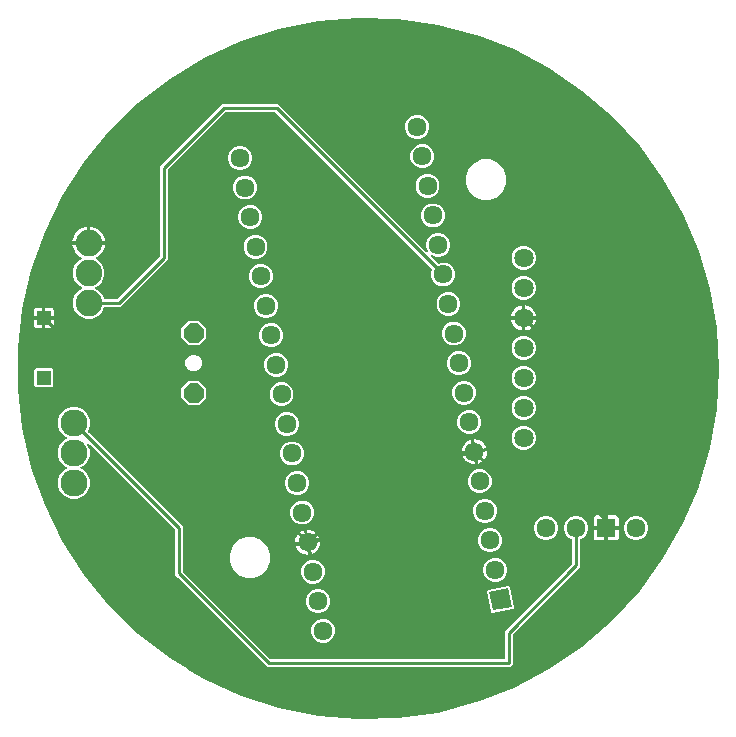
<source format=gbr>
G04 EAGLE Gerber RS-274X export*
G75*
%MOMM*%
%FSLAX34Y34*%
%LPD*%
%INBottom Copper*%
%IPPOS*%
%AMOC8*
5,1,8,0,0,1.08239X$1,22.5*%
G01*
%ADD10C,1.609600*%
%ADD11R,1.609600X1.609600*%
%ADD12C,2.250000*%
%ADD13C,1.629600*%
%ADD14R,1.209600X1.209600*%
%ADD15R,1.609600X1.609600*%
%ADD16C,2.280000*%
%ADD17P,1.814519X8X292.500000*%
%ADD18C,0.254000*%

G36*
X325390Y3882D02*
X325390Y3882D01*
X325419Y3888D01*
X325477Y3890D01*
X358979Y8707D01*
X359007Y8716D01*
X359065Y8724D01*
X391800Y17329D01*
X391827Y17341D01*
X391882Y17356D01*
X423424Y29636D01*
X423449Y29651D01*
X423503Y29672D01*
X453438Y45467D01*
X453462Y45485D01*
X453513Y45512D01*
X481453Y64617D01*
X481474Y64637D01*
X481521Y64670D01*
X507101Y86835D01*
X507120Y86858D01*
X507164Y86896D01*
X530050Y111833D01*
X530067Y111857D01*
X530106Y111900D01*
X550000Y139283D01*
X550014Y139309D01*
X550047Y139356D01*
X566691Y168828D01*
X566701Y168856D01*
X566730Y168906D01*
X579905Y200084D01*
X579912Y200112D01*
X579935Y200166D01*
X589470Y232642D01*
X589474Y232671D01*
X589490Y232727D01*
X595262Y266078D01*
X595262Y266107D01*
X595272Y266164D01*
X597204Y299957D01*
X597201Y299986D01*
X597204Y300043D01*
X595272Y333836D01*
X595265Y333864D01*
X595262Y333922D01*
X589490Y367273D01*
X589481Y367301D01*
X589470Y367358D01*
X579935Y399834D01*
X579922Y399861D01*
X579905Y399916D01*
X566730Y431094D01*
X566714Y431119D01*
X566691Y431172D01*
X550047Y460644D01*
X550029Y460667D01*
X550000Y460717D01*
X530106Y488100D01*
X530085Y488121D01*
X530050Y488167D01*
X507164Y513104D01*
X507141Y513122D01*
X507101Y513165D01*
X481521Y535330D01*
X481496Y535345D01*
X481453Y535383D01*
X453513Y554488D01*
X453486Y554500D01*
X453438Y554533D01*
X423503Y570328D01*
X423475Y570338D01*
X423423Y570364D01*
X391882Y582644D01*
X391854Y582650D01*
X391800Y582671D01*
X359064Y591276D01*
X359035Y591279D01*
X358979Y591293D01*
X325477Y596110D01*
X325447Y596110D01*
X325390Y596118D01*
X291556Y597084D01*
X291527Y597080D01*
X291470Y597082D01*
X257746Y594185D01*
X257718Y594178D01*
X257660Y594173D01*
X224487Y587451D01*
X224460Y587441D01*
X224403Y587429D01*
X192213Y576970D01*
X192186Y576956D01*
X192132Y576938D01*
X161343Y562877D01*
X161319Y562861D01*
X161266Y562837D01*
X132281Y545358D01*
X132259Y545339D01*
X132209Y545309D01*
X105406Y524640D01*
X105386Y524619D01*
X105340Y524583D01*
X81067Y500994D01*
X81050Y500970D01*
X81008Y500930D01*
X59582Y474727D01*
X59568Y474702D01*
X59531Y474657D01*
X41232Y446183D01*
X41220Y446156D01*
X41189Y446107D01*
X26255Y415733D01*
X26247Y415704D01*
X26221Y415653D01*
X14847Y383774D01*
X14844Y383756D01*
X14839Y383746D01*
X14838Y383733D01*
X14823Y383690D01*
X7156Y350723D01*
X7154Y350693D01*
X7141Y350637D01*
X3283Y317010D01*
X3285Y316981D01*
X3278Y316924D01*
X3278Y283076D01*
X3283Y283047D01*
X3283Y283029D01*
X3282Y283016D01*
X3283Y283009D01*
X3283Y282990D01*
X7141Y249363D01*
X7149Y249335D01*
X7156Y249277D01*
X14823Y216310D01*
X14834Y216282D01*
X14847Y216226D01*
X26221Y184347D01*
X26236Y184322D01*
X26255Y184267D01*
X41189Y153893D01*
X41206Y153869D01*
X41232Y153817D01*
X59531Y125343D01*
X59551Y125321D01*
X59582Y125273D01*
X81008Y99070D01*
X81030Y99051D01*
X81067Y99006D01*
X105340Y75417D01*
X105364Y75400D01*
X105406Y75360D01*
X132209Y54691D01*
X132235Y54677D01*
X132281Y54642D01*
X147182Y45656D01*
X149707Y44134D01*
X161266Y37163D01*
X161293Y37152D01*
X161343Y37123D01*
X192132Y23062D01*
X192160Y23054D01*
X192213Y23030D01*
X224403Y12571D01*
X224432Y12567D01*
X224487Y12549D01*
X257660Y5827D01*
X257690Y5826D01*
X257746Y5815D01*
X291470Y2918D01*
X291499Y2921D01*
X291556Y2916D01*
X325390Y3882D01*
G37*
%LPC*%
G36*
X214532Y47497D02*
X214532Y47497D01*
X212374Y49655D01*
X138555Y123474D01*
X136397Y125632D01*
X136397Y163417D01*
X136383Y163507D01*
X136375Y163598D01*
X136363Y163627D01*
X136358Y163659D01*
X136315Y163740D01*
X136279Y163824D01*
X136253Y163856D01*
X136242Y163877D01*
X136219Y163899D01*
X136174Y163955D01*
X63669Y236460D01*
X63590Y236517D01*
X63515Y236579D01*
X63490Y236589D01*
X63469Y236604D01*
X63376Y236633D01*
X63285Y236668D01*
X63259Y236669D01*
X63234Y236676D01*
X63137Y236674D01*
X63039Y236678D01*
X63014Y236671D01*
X62988Y236670D01*
X62897Y236637D01*
X62803Y236609D01*
X62782Y236595D01*
X62757Y236586D01*
X62681Y236525D01*
X62601Y236469D01*
X62585Y236448D01*
X62565Y236432D01*
X62512Y236350D01*
X62454Y236272D01*
X62446Y236247D01*
X62432Y236225D01*
X62408Y236131D01*
X62378Y236038D01*
X62378Y236012D01*
X62372Y235986D01*
X62380Y235889D01*
X62380Y235792D01*
X62390Y235761D01*
X62391Y235741D01*
X62404Y235711D01*
X62427Y235631D01*
X64233Y231272D01*
X64233Y225928D01*
X62188Y220991D01*
X58409Y217212D01*
X56939Y216603D01*
X56878Y216565D01*
X56812Y216536D01*
X56774Y216501D01*
X56730Y216474D01*
X56684Y216418D01*
X56631Y216370D01*
X56606Y216324D01*
X56573Y216284D01*
X56547Y216217D01*
X56513Y216154D01*
X56503Y216103D01*
X56485Y216055D01*
X56482Y215983D01*
X56469Y215912D01*
X56477Y215861D01*
X56474Y215809D01*
X56494Y215740D01*
X56505Y215669D01*
X56528Y215623D01*
X56543Y215573D01*
X56584Y215514D01*
X56616Y215450D01*
X56653Y215413D01*
X56683Y215371D01*
X56741Y215328D01*
X56792Y215278D01*
X56855Y215243D01*
X56881Y215224D01*
X56903Y215217D01*
X56939Y215197D01*
X58409Y214588D01*
X62188Y210809D01*
X64233Y205872D01*
X64233Y200528D01*
X62188Y195591D01*
X58409Y191812D01*
X53472Y189767D01*
X48128Y189767D01*
X43191Y191812D01*
X39412Y195591D01*
X37367Y200528D01*
X37367Y205872D01*
X39412Y210809D01*
X43191Y214588D01*
X44661Y215197D01*
X44722Y215235D01*
X44788Y215264D01*
X44826Y215299D01*
X44870Y215326D01*
X44916Y215382D01*
X44969Y215430D01*
X44994Y215476D01*
X45027Y215516D01*
X45053Y215583D01*
X45087Y215646D01*
X45097Y215697D01*
X45115Y215745D01*
X45118Y215817D01*
X45131Y215888D01*
X45123Y215939D01*
X45126Y215991D01*
X45106Y216060D01*
X45095Y216131D01*
X45072Y216177D01*
X45057Y216227D01*
X45016Y216286D01*
X44984Y216350D01*
X44947Y216387D01*
X44917Y216429D01*
X44859Y216472D01*
X44808Y216522D01*
X44745Y216557D01*
X44719Y216576D01*
X44697Y216583D01*
X44661Y216603D01*
X43191Y217212D01*
X39412Y220991D01*
X37367Y225928D01*
X37367Y231272D01*
X39412Y236209D01*
X43191Y239988D01*
X44661Y240597D01*
X44722Y240635D01*
X44788Y240664D01*
X44826Y240699D01*
X44870Y240726D01*
X44916Y240782D01*
X44969Y240830D01*
X44994Y240876D01*
X45027Y240916D01*
X45053Y240983D01*
X45087Y241046D01*
X45097Y241097D01*
X45115Y241145D01*
X45118Y241217D01*
X45131Y241288D01*
X45123Y241339D01*
X45126Y241391D01*
X45106Y241460D01*
X45095Y241531D01*
X45072Y241577D01*
X45057Y241627D01*
X45016Y241686D01*
X44984Y241750D01*
X44947Y241787D01*
X44917Y241829D01*
X44859Y241872D01*
X44808Y241922D01*
X44745Y241957D01*
X44719Y241976D01*
X44697Y241983D01*
X44661Y242003D01*
X43191Y242612D01*
X39412Y246391D01*
X37367Y251328D01*
X37367Y256672D01*
X39412Y261609D01*
X43191Y265388D01*
X48128Y267433D01*
X53472Y267433D01*
X58409Y265388D01*
X62188Y261609D01*
X64233Y256672D01*
X64233Y251328D01*
X62644Y247492D01*
X62617Y247378D01*
X62588Y247265D01*
X62589Y247258D01*
X62587Y247252D01*
X62598Y247136D01*
X62608Y247019D01*
X62610Y247014D01*
X62611Y247007D01*
X62658Y246900D01*
X62704Y246793D01*
X62709Y246787D01*
X62711Y246783D01*
X62723Y246769D01*
X62809Y246662D01*
X143003Y166468D01*
X143003Y128683D01*
X143017Y128593D01*
X143025Y128502D01*
X143037Y128473D01*
X143042Y128441D01*
X143085Y128360D01*
X143121Y128276D01*
X143147Y128244D01*
X143158Y128223D01*
X143181Y128201D01*
X143226Y128145D01*
X217045Y54326D01*
X217119Y54273D01*
X217188Y54213D01*
X217219Y54201D01*
X217245Y54182D01*
X217332Y54155D01*
X217417Y54121D01*
X217458Y54117D01*
X217480Y54110D01*
X217512Y54111D01*
X217583Y54103D01*
X415036Y54103D01*
X415056Y54106D01*
X415075Y54104D01*
X415177Y54126D01*
X415279Y54142D01*
X415296Y54152D01*
X415316Y54156D01*
X415405Y54209D01*
X415496Y54258D01*
X415510Y54272D01*
X415527Y54282D01*
X415594Y54361D01*
X415666Y54436D01*
X415674Y54454D01*
X415687Y54469D01*
X415726Y54565D01*
X415769Y54659D01*
X415771Y54679D01*
X415779Y54697D01*
X415797Y54864D01*
X415797Y77568D01*
X472674Y134445D01*
X472727Y134519D01*
X472787Y134588D01*
X472799Y134619D01*
X472818Y134645D01*
X472845Y134732D01*
X472879Y134817D01*
X472883Y134858D01*
X472890Y134880D01*
X472889Y134912D01*
X472897Y134983D01*
X472897Y155048D01*
X472878Y155163D01*
X472861Y155279D01*
X472859Y155285D01*
X472858Y155291D01*
X472803Y155393D01*
X472750Y155498D01*
X472745Y155503D01*
X472742Y155508D01*
X472658Y155588D01*
X472574Y155671D01*
X472568Y155674D01*
X472564Y155678D01*
X472547Y155685D01*
X472427Y155751D01*
X470490Y156554D01*
X467654Y159390D01*
X466119Y163095D01*
X466119Y167105D01*
X467654Y170810D01*
X470490Y173646D01*
X474195Y175181D01*
X478205Y175181D01*
X481910Y173646D01*
X484746Y170810D01*
X486281Y167105D01*
X486281Y163095D01*
X484746Y159390D01*
X481910Y156554D01*
X479973Y155751D01*
X479873Y155690D01*
X479773Y155630D01*
X479769Y155625D01*
X479764Y155622D01*
X479689Y155532D01*
X479613Y155443D01*
X479611Y155437D01*
X479607Y155432D01*
X479565Y155324D01*
X479521Y155215D01*
X479520Y155207D01*
X479519Y155203D01*
X479518Y155184D01*
X479503Y155048D01*
X479503Y131932D01*
X422626Y75055D01*
X422573Y74981D01*
X422513Y74912D01*
X422501Y74881D01*
X422482Y74855D01*
X422455Y74768D01*
X422421Y74683D01*
X422417Y74642D01*
X422410Y74620D01*
X422411Y74588D01*
X422403Y74517D01*
X422403Y49432D01*
X420468Y47497D01*
X214532Y47497D01*
G37*
%LPD*%
%LPC*%
G36*
X60858Y342317D02*
X60858Y342317D01*
X55976Y344339D01*
X52239Y348076D01*
X50217Y352958D01*
X50217Y358242D01*
X52239Y363124D01*
X55976Y366861D01*
X57753Y367597D01*
X57814Y367635D01*
X57880Y367664D01*
X57918Y367699D01*
X57962Y367726D01*
X58008Y367782D01*
X58061Y367830D01*
X58086Y367876D01*
X58119Y367916D01*
X58145Y367983D01*
X58179Y368046D01*
X58189Y368097D01*
X58207Y368145D01*
X58210Y368217D01*
X58223Y368288D01*
X58215Y368339D01*
X58218Y368391D01*
X58198Y368460D01*
X58187Y368531D01*
X58164Y368577D01*
X58149Y368627D01*
X58108Y368686D01*
X58076Y368750D01*
X58038Y368787D01*
X58009Y368829D01*
X57951Y368872D01*
X57900Y368922D01*
X57837Y368957D01*
X57811Y368976D01*
X57789Y368983D01*
X57753Y369003D01*
X55976Y369739D01*
X52239Y373476D01*
X50217Y378358D01*
X50217Y383642D01*
X52239Y388524D01*
X55976Y392261D01*
X57152Y392748D01*
X57188Y392770D01*
X57227Y392784D01*
X57286Y392830D01*
X57287Y392830D01*
X57287Y392831D01*
X57291Y392834D01*
X57361Y392877D01*
X57388Y392910D01*
X57421Y392935D01*
X57466Y393004D01*
X57518Y393067D01*
X57533Y393106D01*
X57556Y393141D01*
X57577Y393220D01*
X57606Y393296D01*
X57608Y393338D01*
X57618Y393379D01*
X57613Y393460D01*
X57616Y393542D01*
X57605Y393582D01*
X57602Y393624D01*
X57571Y393700D01*
X57548Y393778D01*
X57524Y393813D01*
X57508Y393852D01*
X57454Y393913D01*
X57407Y393980D01*
X57374Y394005D01*
X57346Y394037D01*
X57217Y394122D01*
X57210Y394127D01*
X57208Y394128D01*
X57206Y394129D01*
X56272Y394605D01*
X54516Y395881D01*
X52981Y397416D01*
X51705Y399172D01*
X50720Y401106D01*
X50049Y403171D01*
X49779Y404877D01*
X62738Y404877D01*
X62758Y404880D01*
X62777Y404878D01*
X62879Y404900D01*
X62981Y404917D01*
X62998Y404926D01*
X63018Y404930D01*
X63107Y404983D01*
X63198Y405032D01*
X63212Y405046D01*
X63229Y405056D01*
X63296Y405135D01*
X63367Y405210D01*
X63376Y405228D01*
X63389Y405243D01*
X63427Y405339D01*
X63471Y405433D01*
X63473Y405453D01*
X63481Y405471D01*
X63499Y405638D01*
X63499Y406401D01*
X63501Y406401D01*
X63501Y405638D01*
X63504Y405618D01*
X63502Y405599D01*
X63524Y405497D01*
X63541Y405395D01*
X63550Y405378D01*
X63554Y405358D01*
X63607Y405269D01*
X63656Y405178D01*
X63670Y405164D01*
X63680Y405147D01*
X63759Y405080D01*
X63834Y405009D01*
X63852Y405000D01*
X63867Y404987D01*
X63963Y404948D01*
X64057Y404905D01*
X64077Y404903D01*
X64095Y404895D01*
X64262Y404877D01*
X77221Y404877D01*
X76951Y403171D01*
X76280Y401106D01*
X75295Y399172D01*
X74019Y397416D01*
X72484Y395881D01*
X70728Y394605D01*
X69794Y394129D01*
X69760Y394104D01*
X69722Y394087D01*
X69662Y394032D01*
X69596Y393984D01*
X69571Y393949D01*
X69541Y393921D01*
X69501Y393849D01*
X69454Y393782D01*
X69442Y393742D01*
X69422Y393705D01*
X69408Y393625D01*
X69384Y393547D01*
X69386Y393505D01*
X69378Y393463D01*
X69390Y393382D01*
X69393Y393301D01*
X69408Y393262D01*
X69414Y393220D01*
X69451Y393147D01*
X69480Y393071D01*
X69507Y393038D01*
X69526Y393001D01*
X69584Y392943D01*
X69636Y392880D01*
X69671Y392858D01*
X69701Y392828D01*
X69837Y392754D01*
X69844Y392749D01*
X69846Y392749D01*
X69848Y392748D01*
X71024Y392261D01*
X74761Y388524D01*
X76783Y383642D01*
X76783Y378358D01*
X74761Y373476D01*
X71024Y369739D01*
X69247Y369003D01*
X69186Y368965D01*
X69120Y368936D01*
X69082Y368901D01*
X69038Y368874D01*
X68992Y368818D01*
X68939Y368770D01*
X68914Y368724D01*
X68881Y368684D01*
X68855Y368617D01*
X68821Y368554D01*
X68811Y368503D01*
X68793Y368455D01*
X68790Y368383D01*
X68777Y368312D01*
X68785Y368261D01*
X68782Y368209D01*
X68802Y368140D01*
X68813Y368069D01*
X68836Y368023D01*
X68851Y367973D01*
X68892Y367914D01*
X68924Y367850D01*
X68962Y367813D01*
X68991Y367771D01*
X69049Y367728D01*
X69100Y367678D01*
X69163Y367643D01*
X69189Y367624D01*
X69211Y367617D01*
X69247Y367597D01*
X71024Y366861D01*
X74761Y363124D01*
X76314Y359373D01*
X76376Y359273D01*
X76436Y359173D01*
X76441Y359169D01*
X76444Y359164D01*
X76534Y359089D01*
X76623Y359013D01*
X76629Y359011D01*
X76634Y359007D01*
X76742Y358965D01*
X76851Y358921D01*
X76859Y358920D01*
X76863Y358919D01*
X76881Y358918D01*
X77018Y358903D01*
X87217Y358903D01*
X87307Y358917D01*
X87398Y358925D01*
X87427Y358937D01*
X87459Y358942D01*
X87540Y358985D01*
X87624Y359021D01*
X87656Y359047D01*
X87677Y359058D01*
X87699Y359081D01*
X87755Y359126D01*
X123474Y394845D01*
X123527Y394919D01*
X123587Y394988D01*
X123599Y395019D01*
X123618Y395045D01*
X123645Y395132D01*
X123679Y395217D01*
X123683Y395258D01*
X123690Y395280D01*
X123689Y395312D01*
X123697Y395383D01*
X123697Y471268D01*
X176432Y524003D01*
X223971Y524003D01*
X226128Y521845D01*
X349186Y398787D01*
X349265Y398730D01*
X349340Y398668D01*
X349365Y398659D01*
X349386Y398643D01*
X349479Y398615D01*
X349570Y398580D01*
X349596Y398579D01*
X349621Y398571D01*
X349719Y398573D01*
X349816Y398569D01*
X349841Y398577D01*
X349867Y398577D01*
X349959Y398611D01*
X350052Y398638D01*
X350073Y398653D01*
X350098Y398662D01*
X350174Y398723D01*
X350254Y398778D01*
X350270Y398799D01*
X350290Y398815D01*
X350343Y398897D01*
X350401Y398976D01*
X350409Y399000D01*
X350423Y399022D01*
X350447Y399117D01*
X350477Y399209D01*
X350477Y399236D01*
X350483Y399261D01*
X350476Y399358D01*
X350475Y399455D01*
X350466Y399487D01*
X350464Y399506D01*
X350451Y399536D01*
X350428Y399616D01*
X349172Y402648D01*
X349172Y406658D01*
X350707Y410363D01*
X353543Y413199D01*
X357248Y414734D01*
X361258Y414734D01*
X364963Y413199D01*
X367799Y410363D01*
X369334Y406658D01*
X369334Y402648D01*
X367799Y398943D01*
X364963Y396107D01*
X361258Y394572D01*
X357248Y394572D01*
X354217Y395828D01*
X354122Y395850D01*
X354029Y395879D01*
X354003Y395878D01*
X353977Y395884D01*
X353880Y395875D01*
X353783Y395872D01*
X353758Y395863D01*
X353732Y395861D01*
X353643Y395821D01*
X353552Y395788D01*
X353532Y395771D01*
X353508Y395761D01*
X353436Y395695D01*
X353360Y395634D01*
X353346Y395612D01*
X353327Y395594D01*
X353280Y395509D01*
X353227Y395427D01*
X353221Y395402D01*
X353208Y395379D01*
X353191Y395283D01*
X353167Y395189D01*
X353169Y395163D01*
X353164Y395137D01*
X353178Y395040D01*
X353186Y394943D01*
X353196Y394919D01*
X353200Y394893D01*
X353244Y394806D01*
X353282Y394717D01*
X353303Y394692D01*
X353312Y394674D01*
X353335Y394651D01*
X353387Y394586D01*
X358891Y389082D01*
X358976Y389021D01*
X359024Y388980D01*
X359041Y388973D01*
X359080Y388944D01*
X359086Y388942D01*
X359091Y388938D01*
X359202Y388904D01*
X359314Y388868D01*
X359320Y388868D01*
X359326Y388866D01*
X359443Y388869D01*
X359560Y388870D01*
X359567Y388872D01*
X359572Y388872D01*
X359590Y388879D01*
X359690Y388908D01*
X359698Y388909D01*
X359702Y388911D01*
X359721Y388917D01*
X361659Y389719D01*
X365669Y389719D01*
X369374Y388185D01*
X372210Y385349D01*
X373745Y381644D01*
X373745Y377634D01*
X372210Y373928D01*
X369374Y371093D01*
X365669Y369558D01*
X361659Y369558D01*
X357953Y371093D01*
X355118Y373928D01*
X353583Y377634D01*
X353583Y381644D01*
X354386Y383581D01*
X354412Y383695D01*
X354441Y383809D01*
X354440Y383815D01*
X354442Y383821D01*
X354431Y383938D01*
X354422Y384054D01*
X354419Y384060D01*
X354419Y384066D01*
X354371Y384173D01*
X354325Y384280D01*
X354321Y384286D01*
X354319Y384291D01*
X354306Y384304D01*
X354221Y384411D01*
X221457Y517174D01*
X221383Y517227D01*
X221314Y517287D01*
X221284Y517299D01*
X221258Y517318D01*
X221171Y517345D01*
X221086Y517379D01*
X221045Y517383D01*
X221023Y517390D01*
X220990Y517389D01*
X220919Y517397D01*
X179483Y517397D01*
X179393Y517383D01*
X179302Y517375D01*
X179273Y517363D01*
X179241Y517358D01*
X179160Y517315D01*
X179076Y517279D01*
X179044Y517253D01*
X179023Y517242D01*
X179001Y517219D01*
X178945Y517174D01*
X130526Y468755D01*
X130473Y468681D01*
X130413Y468612D01*
X130401Y468581D01*
X130382Y468555D01*
X130355Y468468D01*
X130321Y468383D01*
X130317Y468342D01*
X130310Y468320D01*
X130311Y468288D01*
X130303Y468217D01*
X130303Y392332D01*
X90268Y352297D01*
X77018Y352297D01*
X76903Y352278D01*
X76787Y352261D01*
X76781Y352259D01*
X76775Y352258D01*
X76672Y352203D01*
X76568Y352150D01*
X76563Y352145D01*
X76558Y352142D01*
X76478Y352058D01*
X76395Y351974D01*
X76392Y351968D01*
X76388Y351964D01*
X76380Y351947D01*
X76314Y351827D01*
X74761Y348076D01*
X71024Y344339D01*
X66142Y342317D01*
X60858Y342317D01*
G37*
%LPD*%
%LPC*%
G36*
X396612Y442967D02*
X396612Y442967D01*
X390352Y445560D01*
X385560Y450352D01*
X382967Y456612D01*
X382967Y463388D01*
X385560Y469648D01*
X390352Y474440D01*
X396612Y477033D01*
X403388Y477033D01*
X409648Y474440D01*
X414440Y469648D01*
X417033Y463388D01*
X417033Y456612D01*
X414440Y450352D01*
X409648Y445560D01*
X403388Y442967D01*
X396612Y442967D01*
G37*
%LPD*%
%LPC*%
G36*
X196612Y122967D02*
X196612Y122967D01*
X190352Y125560D01*
X185560Y130352D01*
X182967Y136612D01*
X182967Y143388D01*
X185560Y149648D01*
X190352Y154440D01*
X196612Y157033D01*
X203388Y157033D01*
X209648Y154440D01*
X214440Y149648D01*
X217033Y143388D01*
X217033Y136612D01*
X214440Y130352D01*
X209648Y125560D01*
X203388Y122967D01*
X196612Y122967D01*
G37*
%LPD*%
%LPC*%
G36*
X403797Y93978D02*
X403797Y93978D01*
X400710Y111488D01*
X401676Y112867D01*
X419186Y115955D01*
X420565Y114989D01*
X423652Y97479D01*
X422687Y96100D01*
X405177Y93012D01*
X403797Y93978D01*
G37*
%LPD*%
%LPC*%
G36*
X148086Y319785D02*
X148086Y319785D01*
X141985Y325886D01*
X141985Y334514D01*
X148086Y340615D01*
X156714Y340615D01*
X162815Y334514D01*
X162815Y325886D01*
X156714Y319785D01*
X148086Y319785D01*
G37*
%LPD*%
%LPC*%
G36*
X148086Y268985D02*
X148086Y268985D01*
X141985Y275086D01*
X141985Y283714D01*
X148086Y289815D01*
X156714Y289815D01*
X162815Y283714D01*
X162815Y275086D01*
X156714Y268985D01*
X148086Y268985D01*
G37*
%LPD*%
%LPC*%
G36*
X429775Y281919D02*
X429775Y281919D01*
X426033Y283469D01*
X423169Y286333D01*
X421619Y290075D01*
X421619Y294125D01*
X423169Y297867D01*
X426033Y300731D01*
X429775Y302281D01*
X433825Y302281D01*
X437567Y300731D01*
X440431Y297867D01*
X441981Y294125D01*
X441981Y290075D01*
X440431Y286333D01*
X437567Y283469D01*
X433825Y281919D01*
X429775Y281919D01*
G37*
%LPD*%
%LPC*%
G36*
X429775Y358119D02*
X429775Y358119D01*
X426033Y359669D01*
X423169Y362533D01*
X421619Y366275D01*
X421619Y370325D01*
X423169Y374067D01*
X426033Y376931D01*
X429775Y378481D01*
X433825Y378481D01*
X437567Y376931D01*
X440431Y374067D01*
X441981Y370325D01*
X441981Y366275D01*
X440431Y362533D01*
X437567Y359669D01*
X433825Y358119D01*
X429775Y358119D01*
G37*
%LPD*%
%LPC*%
G36*
X429775Y231119D02*
X429775Y231119D01*
X426033Y232669D01*
X423169Y235533D01*
X421619Y239275D01*
X421619Y243325D01*
X423169Y247067D01*
X426033Y249931D01*
X429775Y251481D01*
X433825Y251481D01*
X437567Y249931D01*
X440431Y247067D01*
X441981Y243325D01*
X441981Y239275D01*
X440431Y235533D01*
X437567Y232669D01*
X433825Y231119D01*
X429775Y231119D01*
G37*
%LPD*%
%LPC*%
G36*
X429775Y256519D02*
X429775Y256519D01*
X426033Y258069D01*
X423169Y260933D01*
X421619Y264675D01*
X421619Y268725D01*
X423169Y272467D01*
X426033Y275331D01*
X429775Y276881D01*
X433825Y276881D01*
X437567Y275331D01*
X440431Y272467D01*
X441981Y268725D01*
X441981Y264675D01*
X440431Y260933D01*
X437567Y258069D01*
X433825Y256519D01*
X429775Y256519D01*
G37*
%LPD*%
%LPC*%
G36*
X429775Y307319D02*
X429775Y307319D01*
X426033Y308869D01*
X423169Y311733D01*
X421619Y315475D01*
X421619Y319525D01*
X423169Y323267D01*
X426033Y326131D01*
X429775Y327681D01*
X433825Y327681D01*
X437567Y326131D01*
X440431Y323267D01*
X441981Y319525D01*
X441981Y315475D01*
X440431Y311733D01*
X437567Y308869D01*
X433825Y307319D01*
X429775Y307319D01*
G37*
%LPD*%
%LPC*%
G36*
X429775Y383519D02*
X429775Y383519D01*
X426033Y385069D01*
X423169Y387933D01*
X421619Y391675D01*
X421619Y395725D01*
X423169Y399467D01*
X426033Y402331D01*
X429775Y403881D01*
X433825Y403881D01*
X437567Y402331D01*
X440431Y399467D01*
X441981Y395725D01*
X441981Y391675D01*
X440431Y387933D01*
X437567Y385069D01*
X433825Y383519D01*
X429775Y383519D01*
G37*
%LPD*%
%LPC*%
G36*
X339605Y494629D02*
X339605Y494629D01*
X335900Y496163D01*
X333064Y498999D01*
X331530Y502704D01*
X331530Y506714D01*
X333064Y510420D01*
X335900Y513255D01*
X339605Y514790D01*
X343616Y514790D01*
X347321Y513255D01*
X350156Y510420D01*
X351691Y506714D01*
X351691Y502704D01*
X350156Y498999D01*
X347321Y496163D01*
X343616Y494629D01*
X339605Y494629D01*
G37*
%LPD*%
%LPC*%
G36*
X344016Y469614D02*
X344016Y469614D01*
X340311Y471149D01*
X337475Y473985D01*
X335940Y477690D01*
X335940Y481700D01*
X337475Y485405D01*
X340311Y488241D01*
X344016Y489776D01*
X348026Y489776D01*
X351731Y488241D01*
X354567Y485405D01*
X356102Y481700D01*
X356102Y477690D01*
X354567Y473985D01*
X351731Y471149D01*
X348026Y469614D01*
X344016Y469614D01*
G37*
%LPD*%
%LPC*%
G36*
X189521Y468165D02*
X189521Y468165D01*
X185815Y469699D01*
X182980Y472535D01*
X181445Y476240D01*
X181445Y480250D01*
X182980Y483956D01*
X185815Y486791D01*
X189521Y488326D01*
X193531Y488326D01*
X197236Y486791D01*
X200072Y483956D01*
X201606Y480250D01*
X201606Y476240D01*
X200072Y472535D01*
X197236Y469699D01*
X193531Y468165D01*
X189521Y468165D01*
G37*
%LPD*%
%LPC*%
G36*
X348427Y444600D02*
X348427Y444600D01*
X344721Y446135D01*
X341886Y448971D01*
X340351Y452676D01*
X340351Y456686D01*
X341886Y460391D01*
X344721Y463227D01*
X348427Y464762D01*
X352437Y464762D01*
X356142Y463227D01*
X358978Y460391D01*
X360513Y456686D01*
X360513Y452676D01*
X358978Y448971D01*
X356142Y446135D01*
X352437Y444600D01*
X348427Y444600D01*
G37*
%LPD*%
%LPC*%
G36*
X193931Y443150D02*
X193931Y443150D01*
X190226Y444685D01*
X187390Y447521D01*
X185856Y451226D01*
X185856Y455236D01*
X187390Y458941D01*
X190226Y461777D01*
X193931Y463312D01*
X197942Y463312D01*
X201647Y461777D01*
X204482Y458941D01*
X206017Y455236D01*
X206017Y451226D01*
X204482Y447521D01*
X201647Y444685D01*
X197942Y443150D01*
X193931Y443150D01*
G37*
%LPD*%
%LPC*%
G36*
X352837Y419586D02*
X352837Y419586D01*
X349132Y421121D01*
X346296Y423957D01*
X344762Y427662D01*
X344762Y431672D01*
X346296Y435377D01*
X349132Y438213D01*
X352837Y439748D01*
X356848Y439748D01*
X360553Y438213D01*
X363388Y435377D01*
X364923Y431672D01*
X364923Y427662D01*
X363388Y423957D01*
X360553Y421121D01*
X356848Y419586D01*
X352837Y419586D01*
G37*
%LPD*%
%LPC*%
G36*
X242449Y167995D02*
X242449Y167995D01*
X238743Y169530D01*
X235908Y172366D01*
X234373Y176071D01*
X234373Y180081D01*
X235908Y183786D01*
X238743Y186622D01*
X242449Y188157D01*
X246459Y188157D01*
X250164Y186622D01*
X253000Y183786D01*
X254534Y180081D01*
X254534Y176071D01*
X253000Y172366D01*
X250164Y169530D01*
X246459Y167995D01*
X242449Y167995D01*
G37*
%LPD*%
%LPC*%
G36*
X260091Y67939D02*
X260091Y67939D01*
X256386Y69473D01*
X253550Y72309D01*
X252016Y76014D01*
X252016Y80025D01*
X253550Y83730D01*
X256386Y86565D01*
X260091Y88100D01*
X264102Y88100D01*
X267807Y86565D01*
X270642Y83730D01*
X272177Y80025D01*
X272177Y76014D01*
X270642Y72309D01*
X267807Y69473D01*
X264102Y67939D01*
X260091Y67939D01*
G37*
%LPD*%
%LPC*%
G36*
X202753Y393122D02*
X202753Y393122D01*
X199047Y394657D01*
X196212Y397493D01*
X194677Y401198D01*
X194677Y405208D01*
X196212Y408913D01*
X199047Y411749D01*
X202753Y413284D01*
X206763Y413284D01*
X210468Y411749D01*
X213304Y408913D01*
X214838Y405208D01*
X214838Y401198D01*
X213304Y397493D01*
X210468Y394657D01*
X206763Y393122D01*
X202753Y393122D01*
G37*
%LPD*%
%LPC*%
G36*
X207163Y368108D02*
X207163Y368108D01*
X203458Y369643D01*
X200622Y372479D01*
X199088Y376184D01*
X199088Y380194D01*
X200622Y383899D01*
X203458Y386735D01*
X207163Y388270D01*
X211174Y388270D01*
X214879Y386735D01*
X217714Y383899D01*
X219249Y380194D01*
X219249Y376184D01*
X217714Y372479D01*
X214879Y369643D01*
X211174Y368108D01*
X207163Y368108D01*
G37*
%LPD*%
%LPC*%
G36*
X366069Y344544D02*
X366069Y344544D01*
X362364Y346079D01*
X359528Y348914D01*
X357994Y352619D01*
X357994Y356630D01*
X359528Y360335D01*
X362364Y363171D01*
X366069Y364705D01*
X370080Y364705D01*
X373785Y363171D01*
X376620Y360335D01*
X378155Y356630D01*
X378155Y352619D01*
X376620Y348914D01*
X373785Y346079D01*
X370080Y344544D01*
X366069Y344544D01*
G37*
%LPD*%
%LPC*%
G36*
X211574Y343094D02*
X211574Y343094D01*
X207869Y344629D01*
X205033Y347464D01*
X203498Y351170D01*
X203498Y355180D01*
X205033Y358885D01*
X207869Y361721D01*
X211574Y363255D01*
X215584Y363255D01*
X219289Y361721D01*
X222125Y358885D01*
X223660Y355180D01*
X223660Y351170D01*
X222125Y347464D01*
X219289Y344629D01*
X215584Y343094D01*
X211574Y343094D01*
G37*
%LPD*%
%LPC*%
G36*
X524995Y155019D02*
X524995Y155019D01*
X521290Y156554D01*
X518454Y159390D01*
X516919Y163095D01*
X516919Y167105D01*
X518454Y170810D01*
X521290Y173646D01*
X524995Y175181D01*
X529005Y175181D01*
X532710Y173646D01*
X535546Y170810D01*
X537081Y167105D01*
X537081Y163095D01*
X535546Y159390D01*
X532710Y156554D01*
X529005Y155019D01*
X524995Y155019D01*
G37*
%LPD*%
%LPC*%
G36*
X448795Y155019D02*
X448795Y155019D01*
X445090Y156554D01*
X442254Y159390D01*
X440719Y163095D01*
X440719Y167105D01*
X442254Y170810D01*
X445090Y173646D01*
X448795Y175181D01*
X452805Y175181D01*
X456510Y173646D01*
X459346Y170810D01*
X460881Y167105D01*
X460881Y163095D01*
X459346Y159390D01*
X456510Y156554D01*
X452805Y155019D01*
X448795Y155019D01*
G37*
%LPD*%
%LPC*%
G36*
X401355Y144431D02*
X401355Y144431D01*
X397649Y145966D01*
X394814Y148801D01*
X393279Y152506D01*
X393279Y156517D01*
X394814Y160222D01*
X397649Y163058D01*
X401355Y164592D01*
X405365Y164592D01*
X409070Y163058D01*
X411906Y160222D01*
X413440Y156517D01*
X413440Y152506D01*
X411906Y148801D01*
X409070Y145966D01*
X405365Y144431D01*
X401355Y144431D01*
G37*
%LPD*%
%LPC*%
G36*
X405765Y119417D02*
X405765Y119417D01*
X402060Y120952D01*
X399224Y123787D01*
X397690Y127492D01*
X397690Y131503D01*
X399224Y135208D01*
X402060Y138044D01*
X405765Y139578D01*
X409776Y139578D01*
X413481Y138044D01*
X416316Y135208D01*
X417851Y131503D01*
X417851Y127492D01*
X416316Y123787D01*
X413481Y120952D01*
X409776Y119417D01*
X405765Y119417D01*
G37*
%LPD*%
%LPC*%
G36*
X251270Y117967D02*
X251270Y117967D01*
X247565Y119502D01*
X244729Y122337D01*
X243194Y126042D01*
X243194Y130053D01*
X244729Y133758D01*
X247565Y136594D01*
X251270Y138128D01*
X255280Y138128D01*
X258985Y136594D01*
X261821Y133758D01*
X263356Y130053D01*
X263356Y126042D01*
X261821Y122337D01*
X258985Y119502D01*
X255280Y117967D01*
X251270Y117967D01*
G37*
%LPD*%
%LPC*%
G36*
X255681Y92953D02*
X255681Y92953D01*
X251975Y94488D01*
X249140Y97323D01*
X247605Y101028D01*
X247605Y105039D01*
X249140Y108744D01*
X251975Y111580D01*
X255681Y113114D01*
X259691Y113114D01*
X263396Y111580D01*
X266232Y108744D01*
X267766Y105039D01*
X267766Y101028D01*
X266232Y97323D01*
X263396Y94488D01*
X259691Y92953D01*
X255681Y92953D01*
G37*
%LPD*%
%LPC*%
G36*
X370480Y319530D02*
X370480Y319530D01*
X366775Y321064D01*
X363939Y323900D01*
X362404Y327605D01*
X362404Y331616D01*
X363939Y335321D01*
X366775Y338156D01*
X370480Y339691D01*
X374490Y339691D01*
X378195Y338156D01*
X381031Y335321D01*
X382566Y331616D01*
X382566Y327605D01*
X381031Y323900D01*
X378195Y321064D01*
X374490Y319530D01*
X370480Y319530D01*
G37*
%LPD*%
%LPC*%
G36*
X215985Y318080D02*
X215985Y318080D01*
X212279Y319615D01*
X209444Y322450D01*
X207909Y326155D01*
X207909Y330166D01*
X209444Y333871D01*
X212279Y336707D01*
X215985Y338241D01*
X219995Y338241D01*
X223700Y336707D01*
X226536Y333871D01*
X228070Y330166D01*
X228070Y326155D01*
X226536Y322450D01*
X223700Y319615D01*
X219995Y318080D01*
X215985Y318080D01*
G37*
%LPD*%
%LPC*%
G36*
X374891Y294516D02*
X374891Y294516D01*
X371185Y296050D01*
X368350Y298886D01*
X366815Y302591D01*
X366815Y306602D01*
X368350Y310307D01*
X371185Y313142D01*
X374891Y314677D01*
X378901Y314677D01*
X382606Y313142D01*
X385442Y310307D01*
X386977Y306602D01*
X386977Y302591D01*
X385442Y298886D01*
X382606Y296050D01*
X378901Y294516D01*
X374891Y294516D01*
G37*
%LPD*%
%LPC*%
G36*
X220395Y293066D02*
X220395Y293066D01*
X216690Y294600D01*
X213854Y297436D01*
X212320Y301141D01*
X212320Y305152D01*
X213854Y308857D01*
X216690Y311693D01*
X220395Y313227D01*
X224406Y313227D01*
X228111Y311693D01*
X230946Y308857D01*
X232481Y305152D01*
X232481Y301141D01*
X230946Y297436D01*
X228111Y294600D01*
X224406Y293066D01*
X220395Y293066D01*
G37*
%LPD*%
%LPC*%
G36*
X198342Y418136D02*
X198342Y418136D01*
X194637Y419671D01*
X191801Y422507D01*
X190266Y426212D01*
X190266Y430222D01*
X191801Y433927D01*
X194637Y436763D01*
X198342Y438298D01*
X202352Y438298D01*
X206057Y436763D01*
X208893Y433927D01*
X210428Y430222D01*
X210428Y426212D01*
X208893Y422507D01*
X206057Y419671D01*
X202352Y418136D01*
X198342Y418136D01*
G37*
%LPD*%
%LPC*%
G36*
X379301Y269501D02*
X379301Y269501D01*
X375596Y271036D01*
X372760Y273872D01*
X371226Y277577D01*
X371226Y281587D01*
X372760Y285293D01*
X375596Y288128D01*
X379301Y289663D01*
X383312Y289663D01*
X387017Y288128D01*
X389852Y285293D01*
X391387Y281587D01*
X391387Y277577D01*
X389852Y273872D01*
X387017Y271036D01*
X383312Y269501D01*
X379301Y269501D01*
G37*
%LPD*%
%LPC*%
G36*
X224806Y268052D02*
X224806Y268052D01*
X221101Y269586D01*
X218265Y272422D01*
X216730Y276127D01*
X216730Y280138D01*
X218265Y283843D01*
X221101Y286678D01*
X224806Y288213D01*
X228816Y288213D01*
X232521Y286678D01*
X235357Y283843D01*
X236892Y280138D01*
X236892Y276127D01*
X235357Y272422D01*
X232521Y269586D01*
X228816Y268052D01*
X224806Y268052D01*
G37*
%LPD*%
%LPC*%
G36*
X383712Y244487D02*
X383712Y244487D01*
X380007Y246022D01*
X377171Y248858D01*
X375636Y252563D01*
X375636Y256573D01*
X377171Y260278D01*
X380007Y263114D01*
X383712Y264649D01*
X387722Y264649D01*
X391427Y263114D01*
X394263Y260278D01*
X395798Y256573D01*
X395798Y252563D01*
X394263Y248858D01*
X391427Y246022D01*
X387722Y244487D01*
X383712Y244487D01*
G37*
%LPD*%
%LPC*%
G36*
X229217Y243038D02*
X229217Y243038D01*
X225511Y244572D01*
X222676Y247408D01*
X221141Y251113D01*
X221141Y255123D01*
X222676Y258829D01*
X225511Y261664D01*
X229217Y263199D01*
X233227Y263199D01*
X236932Y261664D01*
X239768Y258829D01*
X241302Y255123D01*
X241302Y251113D01*
X239768Y247408D01*
X236932Y244572D01*
X233227Y243038D01*
X229217Y243038D01*
G37*
%LPD*%
%LPC*%
G36*
X233627Y218023D02*
X233627Y218023D01*
X229922Y219558D01*
X227086Y222394D01*
X225552Y226099D01*
X225552Y230109D01*
X227086Y233814D01*
X229922Y236650D01*
X233627Y238185D01*
X237638Y238185D01*
X241343Y236650D01*
X244178Y233814D01*
X245713Y230109D01*
X245713Y226099D01*
X244178Y222394D01*
X241343Y219558D01*
X237638Y218023D01*
X233627Y218023D01*
G37*
%LPD*%
%LPC*%
G36*
X392533Y194459D02*
X392533Y194459D01*
X388828Y195994D01*
X385992Y198830D01*
X384458Y202535D01*
X384458Y206545D01*
X385992Y210250D01*
X388828Y213086D01*
X392533Y214621D01*
X396544Y214621D01*
X400249Y213086D01*
X403084Y210250D01*
X404619Y206545D01*
X404619Y202535D01*
X403084Y198830D01*
X400249Y195994D01*
X396544Y194459D01*
X392533Y194459D01*
G37*
%LPD*%
%LPC*%
G36*
X238038Y193009D02*
X238038Y193009D01*
X234333Y194544D01*
X231497Y197380D01*
X229962Y201085D01*
X229962Y205095D01*
X231497Y208800D01*
X234333Y211636D01*
X238038Y213171D01*
X242048Y213171D01*
X245753Y211636D01*
X248589Y208800D01*
X250124Y205095D01*
X250124Y201085D01*
X248589Y197380D01*
X245753Y194544D01*
X242048Y193009D01*
X238038Y193009D01*
G37*
%LPD*%
%LPC*%
G36*
X396944Y169445D02*
X396944Y169445D01*
X393239Y170980D01*
X390403Y173815D01*
X388868Y177521D01*
X388868Y181531D01*
X390403Y185236D01*
X393239Y188072D01*
X396944Y189607D01*
X400954Y189607D01*
X404659Y188072D01*
X407495Y185236D01*
X409030Y181531D01*
X409030Y177521D01*
X407495Y173815D01*
X404659Y170980D01*
X400954Y169445D01*
X396944Y169445D01*
G37*
%LPD*%
%LPC*%
G36*
X18510Y284019D02*
X18510Y284019D01*
X17319Y285210D01*
X17319Y298990D01*
X18510Y300181D01*
X32290Y300181D01*
X33481Y298990D01*
X33481Y285210D01*
X32290Y284019D01*
X18510Y284019D01*
G37*
%LPD*%
%LPC*%
G36*
X151001Y297767D02*
X151001Y297767D01*
X148416Y298838D01*
X146438Y300816D01*
X145367Y303401D01*
X145367Y306199D01*
X146438Y308784D01*
X148416Y310762D01*
X151001Y311833D01*
X153799Y311833D01*
X156384Y310762D01*
X158362Y308784D01*
X159433Y306199D01*
X159433Y303401D01*
X158362Y300816D01*
X156384Y298838D01*
X153799Y297767D01*
X151001Y297767D01*
G37*
%LPD*%
%LPC*%
G36*
X65023Y407923D02*
X65023Y407923D01*
X65023Y420121D01*
X66729Y419851D01*
X68794Y419180D01*
X70728Y418195D01*
X72484Y416919D01*
X74019Y415384D01*
X75295Y413628D01*
X76280Y411694D01*
X76951Y409629D01*
X77221Y407923D01*
X65023Y407923D01*
G37*
%LPD*%
%LPC*%
G36*
X49779Y407923D02*
X49779Y407923D01*
X50049Y409629D01*
X50720Y411694D01*
X51705Y413628D01*
X52981Y415384D01*
X54516Y416919D01*
X56272Y418195D01*
X58206Y419180D01*
X60271Y419851D01*
X61977Y420121D01*
X61977Y407923D01*
X49779Y407923D01*
G37*
%LPD*%
%LPC*%
G36*
X503123Y166623D02*
X503123Y166623D01*
X503123Y175689D01*
X509982Y175689D01*
X510629Y175516D01*
X511208Y175181D01*
X511681Y174708D01*
X512016Y174129D01*
X512189Y173482D01*
X512189Y166623D01*
X503123Y166623D01*
G37*
%LPD*%
%LPC*%
G36*
X491011Y166623D02*
X491011Y166623D01*
X491011Y173482D01*
X491184Y174129D01*
X491519Y174708D01*
X491992Y175181D01*
X492571Y175516D01*
X493218Y175689D01*
X500077Y175689D01*
X500077Y166623D01*
X491011Y166623D01*
G37*
%LPD*%
%LPC*%
G36*
X503123Y154511D02*
X503123Y154511D01*
X503123Y163577D01*
X512189Y163577D01*
X512189Y156718D01*
X512016Y156071D01*
X511681Y155492D01*
X511208Y155019D01*
X510629Y154684D01*
X509982Y154511D01*
X503123Y154511D01*
G37*
%LPD*%
%LPC*%
G36*
X493218Y154511D02*
X493218Y154511D01*
X492571Y154684D01*
X491992Y155019D01*
X491519Y155492D01*
X491184Y156071D01*
X491011Y156718D01*
X491011Y163577D01*
X500077Y163577D01*
X500077Y154511D01*
X493218Y154511D01*
G37*
%LPD*%
%LPC*%
G36*
X433323Y344423D02*
X433323Y344423D01*
X433323Y353481D01*
X434303Y353326D01*
X435903Y352806D01*
X437402Y352042D01*
X438763Y351053D01*
X439953Y349863D01*
X440942Y348502D01*
X441706Y347003D01*
X442226Y345403D01*
X442381Y344423D01*
X433323Y344423D01*
G37*
%LPD*%
%LPC*%
G36*
X421219Y344423D02*
X421219Y344423D01*
X421374Y345403D01*
X421894Y347003D01*
X422658Y348502D01*
X423647Y349863D01*
X424837Y351053D01*
X426198Y352042D01*
X427697Y352806D01*
X429297Y353326D01*
X430277Y353481D01*
X430277Y344423D01*
X421219Y344423D01*
G37*
%LPD*%
%LPC*%
G36*
X433323Y341377D02*
X433323Y341377D01*
X442381Y341377D01*
X442226Y340397D01*
X441706Y338797D01*
X440942Y337298D01*
X439953Y335937D01*
X438763Y334747D01*
X437402Y333758D01*
X435903Y332994D01*
X434303Y332474D01*
X433323Y332319D01*
X433323Y341377D01*
G37*
%LPD*%
%LPC*%
G36*
X429297Y332474D02*
X429297Y332474D01*
X427697Y332994D01*
X426198Y333758D01*
X424837Y334747D01*
X423647Y335937D01*
X422658Y337298D01*
X421894Y338797D01*
X421374Y340397D01*
X421219Y341377D01*
X430277Y341377D01*
X430277Y332319D01*
X429297Y332474D01*
G37*
%LPD*%
%LPC*%
G36*
X248544Y163651D02*
X248544Y163651D01*
X249698Y163651D01*
X251344Y163390D01*
X252929Y162875D01*
X254414Y162118D01*
X255763Y161138D01*
X256941Y159960D01*
X257921Y158611D01*
X258677Y157126D01*
X258919Y156381D01*
X250100Y154826D01*
X248544Y163651D01*
G37*
%LPD*%
%LPC*%
G36*
X389807Y240143D02*
X389807Y240143D01*
X390961Y240143D01*
X392607Y239882D01*
X394192Y239367D01*
X395677Y238610D01*
X397026Y237631D01*
X398204Y236452D01*
X399184Y235104D01*
X399941Y233619D01*
X400183Y232874D01*
X391363Y231319D01*
X389807Y240143D01*
G37*
%LPD*%
%LPC*%
G36*
X391892Y228318D02*
X391892Y228318D01*
X400716Y229874D01*
X400716Y228721D01*
X400456Y227075D01*
X399941Y225489D01*
X399184Y224004D01*
X398204Y222656D01*
X397026Y221477D01*
X395677Y220498D01*
X394192Y219741D01*
X393447Y219499D01*
X391892Y228318D01*
G37*
%LPD*%
%LPC*%
G36*
X250629Y151826D02*
X250629Y151826D01*
X259453Y153382D01*
X259453Y152228D01*
X259192Y150582D01*
X258677Y148997D01*
X257921Y147512D01*
X256941Y146164D01*
X255763Y144985D01*
X254414Y144005D01*
X252929Y143249D01*
X252184Y143007D01*
X250629Y151826D01*
G37*
%LPD*%
%LPC*%
G36*
X379539Y230387D02*
X379539Y230387D01*
X379800Y232033D01*
X380315Y233619D01*
X381071Y235104D01*
X382051Y236452D01*
X383230Y237631D01*
X384578Y238610D01*
X386063Y239367D01*
X386808Y239609D01*
X388363Y230790D01*
X379539Y229234D01*
X379539Y230387D01*
G37*
%LPD*%
%LPC*%
G36*
X238276Y153895D02*
X238276Y153895D01*
X238536Y155541D01*
X239051Y157127D01*
X239808Y158611D01*
X240788Y159960D01*
X241966Y161138D01*
X243315Y162118D01*
X244800Y162875D01*
X245545Y163117D01*
X247100Y154297D01*
X238276Y152741D01*
X238276Y153895D01*
G37*
%LPD*%
%LPC*%
G36*
X248031Y142473D02*
X248031Y142473D01*
X246385Y142734D01*
X244800Y143249D01*
X243315Y144005D01*
X241966Y144985D01*
X240788Y146164D01*
X239808Y147512D01*
X239051Y148997D01*
X238809Y149742D01*
X247629Y151297D01*
X249185Y142473D01*
X248031Y142473D01*
G37*
%LPD*%
%LPC*%
G36*
X389294Y218965D02*
X389294Y218965D01*
X387648Y219226D01*
X386063Y219741D01*
X384578Y220498D01*
X383230Y221477D01*
X382051Y222656D01*
X381071Y224004D01*
X380315Y225489D01*
X380073Y226234D01*
X388892Y227789D01*
X390448Y218965D01*
X389294Y218965D01*
G37*
%LPD*%
%LPC*%
G36*
X26899Y344399D02*
X26899Y344399D01*
X26899Y351489D01*
X31782Y351489D01*
X32429Y351316D01*
X33008Y350981D01*
X33481Y350508D01*
X33816Y349929D01*
X33989Y349282D01*
X33989Y344399D01*
X26899Y344399D01*
G37*
%LPD*%
%LPC*%
G36*
X16811Y344399D02*
X16811Y344399D01*
X16811Y349282D01*
X16984Y349929D01*
X17319Y350508D01*
X17792Y350981D01*
X18371Y351316D01*
X19018Y351489D01*
X23901Y351489D01*
X23901Y344399D01*
X16811Y344399D01*
G37*
%LPD*%
%LPC*%
G36*
X26899Y334311D02*
X26899Y334311D01*
X26899Y341401D01*
X33989Y341401D01*
X33989Y336518D01*
X33816Y335871D01*
X33481Y335292D01*
X33008Y334819D01*
X32429Y334484D01*
X31782Y334311D01*
X26899Y334311D01*
G37*
%LPD*%
%LPC*%
G36*
X19018Y334311D02*
X19018Y334311D01*
X18371Y334484D01*
X17792Y334819D01*
X17319Y335292D01*
X16984Y335871D01*
X16811Y336518D01*
X16811Y341401D01*
X23901Y341401D01*
X23901Y334311D01*
X19018Y334311D01*
G37*
%LPD*%
%LPC*%
G36*
X431799Y342899D02*
X431799Y342899D01*
X431799Y342901D01*
X431801Y342901D01*
X431801Y342899D01*
X431799Y342899D01*
G37*
%LPD*%
%LPC*%
G36*
X501599Y165099D02*
X501599Y165099D01*
X501599Y165101D01*
X501601Y165101D01*
X501601Y165099D01*
X501599Y165099D01*
G37*
%LPD*%
%LPC*%
G36*
X248863Y153062D02*
X248863Y153062D01*
X248865Y153063D01*
X248865Y153061D01*
X248864Y153061D01*
X248863Y153062D01*
G37*
%LPD*%
%LPC*%
G36*
X390127Y229555D02*
X390127Y229555D01*
X390128Y229555D01*
X390129Y229553D01*
X390127Y229553D01*
X390127Y229555D01*
G37*
%LPD*%
D10*
X262096Y78019D03*
X257686Y103034D03*
X253275Y128048D03*
X248864Y153062D03*
X244454Y178076D03*
X240043Y203090D03*
X235632Y228104D03*
X231222Y253118D03*
X226811Y278132D03*
X222400Y303147D03*
X217990Y328161D03*
X213579Y353175D03*
X209168Y378189D03*
X204758Y403203D03*
X200347Y428217D03*
X195936Y453231D03*
X191526Y478245D03*
D11*
G36*
X418709Y113806D02*
X421504Y97955D01*
X405653Y95160D01*
X402858Y111011D01*
X418709Y113806D01*
G37*
D10*
X407770Y129498D03*
X403360Y154512D03*
X398949Y179526D03*
X394538Y204540D03*
X390128Y229554D03*
X385717Y254568D03*
X381306Y279582D03*
X376896Y304596D03*
X372485Y329610D03*
X368074Y354625D03*
X363664Y379639D03*
X359253Y404653D03*
X354842Y429667D03*
X350432Y454681D03*
X346021Y479695D03*
X341610Y504709D03*
D12*
X63500Y355600D03*
X63500Y381000D03*
X63500Y406400D03*
D13*
X431800Y393700D03*
X431800Y342900D03*
X431800Y317500D03*
X431800Y292100D03*
X431800Y266700D03*
X431800Y241300D03*
X431800Y368300D03*
D14*
X25400Y292100D03*
X25400Y342900D03*
D10*
X450800Y165100D03*
X476200Y165100D03*
D15*
X501600Y165100D03*
D10*
X527000Y165100D03*
D16*
X50800Y254000D03*
X50800Y228600D03*
X50800Y203200D03*
D17*
X152400Y330200D03*
X152400Y279400D03*
D18*
X363664Y379639D02*
X222602Y520700D01*
X177800Y520700D01*
X127000Y469900D02*
X127000Y393700D01*
X88900Y355600D01*
X63500Y355600D01*
X127000Y469900D02*
X177800Y520700D01*
X390128Y229554D02*
X429182Y190500D01*
X457200Y190500D01*
X482600Y190500D01*
X501600Y171500D01*
X501600Y165100D01*
X457200Y317500D02*
X431800Y342900D01*
X457200Y317500D02*
X457200Y190500D01*
X325357Y229554D02*
X248864Y153062D01*
X325357Y229554D02*
X390128Y229554D01*
X165100Y203200D02*
X25400Y342900D01*
X198726Y203200D02*
X248864Y153062D01*
X198726Y203200D02*
X165100Y203200D01*
X139700Y165100D02*
X50800Y254000D01*
X139700Y165100D02*
X139700Y127000D01*
X215900Y50800D01*
X419100Y50800D01*
X419100Y76200D01*
X476200Y133300D02*
X476200Y165100D01*
X476200Y133300D02*
X419100Y76200D01*
M02*

</source>
